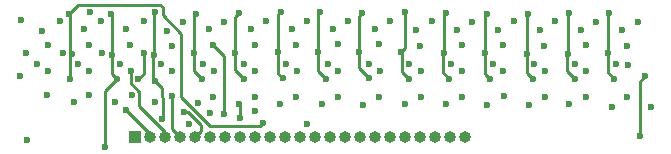
<source format=gbr>
%TF.GenerationSoftware,KiCad,Pcbnew,8.0.8-2.fc41*%
%TF.CreationDate,2025-02-01T06:38:30+00:00*%
%TF.ProjectId,small_led_a,736d616c-6c5f-46c6-9564-5f612e6b6963,rev?*%
%TF.SameCoordinates,Original*%
%TF.FileFunction,Copper,L2,Inr*%
%TF.FilePolarity,Positive*%
%FSLAX46Y46*%
G04 Gerber Fmt 4.6, Leading zero omitted, Abs format (unit mm)*
G04 Created by KiCad (PCBNEW 8.0.8-2.fc41) date 2025-02-01 06:38:30*
%MOMM*%
%LPD*%
G01*
G04 APERTURE LIST*
%TA.AperFunction,ComponentPad*%
%ADD10R,1.000000X1.000000*%
%TD*%
%TA.AperFunction,ComponentPad*%
%ADD11O,1.000000X1.000000*%
%TD*%
%TA.AperFunction,ViaPad*%
%ADD12C,0.600000*%
%TD*%
%TA.AperFunction,Conductor*%
%ADD13C,0.250000*%
%TD*%
G04 APERTURE END LIST*
D10*
%TO.N,a*%
%TO.C,J1*%
X71760000Y-63400000D03*
D11*
%TO.N,b*%
X73030000Y-63400000D03*
%TO.N,c*%
X74300000Y-63400000D03*
%TO.N,d*%
X75570000Y-63400000D03*
%TO.N,e*%
X76840000Y-63400000D03*
%TO.N,f*%
X78110000Y-63400000D03*
%TO.N,g*%
X79380000Y-63400000D03*
%TO.N,h*%
X80650000Y-63400000D03*
%TO.N,k1*%
X81920000Y-63400000D03*
%TO.N,k2*%
X83190000Y-63400000D03*
%TO.N,k3*%
X84460000Y-63400000D03*
%TO.N,k4*%
X85730000Y-63400000D03*
%TO.N,k5*%
X87000000Y-63400000D03*
%TO.N,k6*%
X88270000Y-63400000D03*
%TO.N,k7*%
X89540000Y-63400000D03*
%TO.N,k8*%
X90810000Y-63400000D03*
%TO.N,k9*%
X92080000Y-63400000D03*
%TO.N,k10*%
X93350000Y-63400000D03*
%TO.N,k11*%
X94620000Y-63400000D03*
%TO.N,k12*%
X95890000Y-63400000D03*
%TO.N,k13*%
X97160000Y-63400000D03*
%TO.N,k14*%
X98430000Y-63400000D03*
%TO.N,k15*%
X99700000Y-63400000D03*
%TD*%
D12*
%TO.N,a*%
X67950000Y-52800000D03*
%TO.N,b*%
X71000000Y-61050000D03*
%TO.N,k4*%
X74050000Y-61850000D03*
%TO.N,e*%
X75850000Y-61250000D03*
%TO.N,f*%
X78050000Y-61300000D03*
%TO.N,g*%
X79250000Y-61450000D03*
%TO.N,k1*%
X62600000Y-63650000D03*
%TO.N,k2*%
X82550000Y-62150000D03*
%TO.N,k5*%
X86293058Y-62306942D03*
%TO.N,k3*%
X69150000Y-64200000D03*
%TO.N,k4*%
X76300000Y-62300000D03*
X81850000Y-61200000D03*
%TO.N,k15*%
X114900000Y-58250000D03*
X114450000Y-63300000D03*
%TO.N,k4*%
X73450000Y-52800000D03*
%TO.N,k5*%
X76900000Y-52950000D03*
%TO.N,k6*%
X80500000Y-52900000D03*
%TO.N,k7*%
X84050000Y-52800000D03*
%TO.N,k8*%
X87400000Y-52800000D03*
%TO.N,k9*%
X90950000Y-52850000D03*
%TO.N,k10*%
X94550000Y-52800000D03*
%TO.N,k11*%
X98100000Y-52850000D03*
%TO.N,k12*%
X101500000Y-52984753D03*
%TO.N,k13*%
X105000000Y-52925000D03*
%TO.N,k14*%
X108500000Y-52900000D03*
%TO.N,k15*%
X111900000Y-52900000D03*
%TO.N,k5*%
X76750000Y-56275352D03*
X77400000Y-58450000D03*
%TO.N,k6*%
X80200000Y-56218660D03*
X80950000Y-58450000D03*
%TO.N,k7*%
X83850000Y-56213261D03*
X84250000Y-58399999D03*
%TO.N,k8*%
X87250000Y-56166115D03*
X87900000Y-58450000D03*
%TO.N,k9*%
X90700000Y-56200000D03*
X91550000Y-58399999D03*
%TO.N,k10*%
X94250000Y-56150000D03*
X94900000Y-58449999D03*
%TO.N,k11*%
X97850000Y-56252394D03*
X98350000Y-58424999D03*
%TO.N,k12*%
X101400000Y-56234115D03*
X101750000Y-58442500D03*
%TO.N,k13*%
X104900000Y-56313293D03*
X105400000Y-58449999D03*
%TO.N,k14*%
X108350000Y-56313293D03*
X108950000Y-58450000D03*
%TO.N,k15*%
X111750000Y-56250000D03*
X112300000Y-58450000D03*
%TO.N,k4*%
X73400000Y-58600000D03*
X73350000Y-56435000D03*
%TO.N,h*%
X80650000Y-61800000D03*
%TO.N,k3*%
X72000000Y-58501132D03*
X72450000Y-56250000D03*
X70200000Y-58449999D03*
X69750000Y-56400000D03*
X69700000Y-52925000D03*
%TO.N,k2*%
X66263866Y-58449999D03*
X66158949Y-52925000D03*
X66389216Y-56356506D03*
X68950000Y-56250000D03*
%TO.N,k1*%
X61950000Y-58200000D03*
X62100000Y-53500000D03*
X62500000Y-56250000D03*
X65600000Y-56225581D03*
%TO.N,h*%
X66550000Y-60450000D03*
X70050000Y-60425000D03*
X73450000Y-60425000D03*
X77100000Y-60525000D03*
X80500000Y-60575000D03*
X84000000Y-60575000D03*
X87600000Y-60575000D03*
X91050000Y-60625000D03*
X94550000Y-60575000D03*
X98100000Y-60575000D03*
X101500000Y-60650000D03*
X105100000Y-60700000D03*
X108500000Y-60575000D03*
X112150000Y-60800000D03*
X115450000Y-60800000D03*
%TO.N,d*%
X113400000Y-59950000D03*
X109900000Y-59950000D03*
X106400000Y-59950000D03*
X102950000Y-59900000D03*
X99450000Y-59950000D03*
X95950000Y-59950000D03*
X92400000Y-59950000D03*
X88950000Y-60000000D03*
X85400000Y-59950000D03*
X81900000Y-59950000D03*
X78350000Y-59950000D03*
X74900000Y-59900000D03*
X71450000Y-59800000D03*
X67850000Y-59800000D03*
X64250000Y-59800000D03*
%TO.N,c*%
X64366549Y-57824999D03*
X67868326Y-57825000D03*
X71372061Y-57824999D03*
X74868327Y-57825000D03*
X78386550Y-57825000D03*
X81918326Y-57825000D03*
X85437119Y-57774999D03*
X88918327Y-57825000D03*
X92448537Y-57774999D03*
X95937119Y-57824999D03*
X99452667Y-57799999D03*
X102900000Y-57817500D03*
X106448537Y-57824999D03*
X109948538Y-57825000D03*
X113450000Y-57300000D03*
%TO.N,e*%
X112450000Y-57200000D03*
X108950000Y-57200000D03*
X105500000Y-57200000D03*
X101995554Y-57192500D03*
X98450000Y-57175000D03*
X94950000Y-57200000D03*
X91500000Y-57150000D03*
X88050000Y-57200000D03*
X84500000Y-57150000D03*
X80950000Y-57200000D03*
X77450000Y-57200000D03*
X73900000Y-57200000D03*
X70450000Y-57200000D03*
X66900000Y-57200000D03*
X63400000Y-57200000D03*
%TO.N,g*%
X113382369Y-55678134D03*
X109880001Y-55599122D03*
X106383466Y-55688293D03*
X102880001Y-55599122D03*
X99380001Y-55609115D03*
X95880415Y-55627394D03*
X92380001Y-55522457D03*
X88880001Y-55526222D03*
X85380001Y-55541115D03*
X81880689Y-55588261D03*
X78351344Y-55593660D03*
X74837863Y-55650352D03*
X71330189Y-55585770D03*
X67831477Y-55600429D03*
X64331901Y-55600581D03*
%TO.N,b*%
X114280000Y-53650000D03*
X110800000Y-53600000D03*
X107300000Y-53550000D03*
X103800000Y-53550000D03*
X100280000Y-53609753D03*
X96850000Y-53550000D03*
X93300000Y-53550000D03*
X89800000Y-53550000D03*
X86280000Y-53550000D03*
X82850000Y-53550000D03*
X79300000Y-53600000D03*
X75750000Y-53600000D03*
X72450000Y-53550000D03*
X68850000Y-53550000D03*
X65400000Y-53550000D03*
%TO.N,f*%
X113000000Y-54350000D03*
X109509979Y-54304795D03*
X106000000Y-54300000D03*
X102460173Y-54322511D03*
X99000000Y-54300000D03*
X95500000Y-54300000D03*
X92021191Y-54261781D03*
X88474484Y-54246866D03*
X84996974Y-54227753D03*
X81545672Y-54258160D03*
X78016987Y-54253855D03*
X74450000Y-54400000D03*
X70941949Y-54246053D03*
X67424312Y-54246968D03*
X63850000Y-54400000D03*
%TD*%
D13*
%TO.N,b*%
X73030000Y-63080000D02*
X71000000Y-61050000D01*
X73030000Y-63400000D02*
X73030000Y-63080000D01*
%TO.N,c*%
X74300000Y-63400000D02*
X74300000Y-62983884D01*
X74300000Y-62983884D02*
X72075000Y-60758884D01*
X72075000Y-60758884D02*
X72075000Y-59541116D01*
X72075000Y-59541116D02*
X71372061Y-58838177D01*
X71372061Y-58838177D02*
X71372061Y-57824999D01*
%TO.N,k4*%
X74075000Y-61825000D02*
X74050000Y-61850000D01*
X74075000Y-60075000D02*
X74075000Y-61825000D01*
X74000000Y-60000000D02*
X74075000Y-60075000D01*
%TO.N,d*%
X75570000Y-63400000D02*
X74900000Y-62730000D01*
X74900000Y-62730000D02*
X74900000Y-59900000D01*
%TO.N,e*%
X76200000Y-61250000D02*
X75850000Y-61250000D01*
X77339999Y-62389999D02*
X76200000Y-61250000D01*
X77339999Y-62900001D02*
X77339999Y-62389999D01*
X76840000Y-63400000D02*
X77339999Y-62900001D01*
%TO.N,h*%
X80650000Y-61800000D02*
X80650000Y-60725000D01*
X80650000Y-60725000D02*
X80500000Y-60575000D01*
%TO.N,g*%
X79250000Y-61450000D02*
X79250000Y-56492316D01*
X79250000Y-56492316D02*
X78351344Y-55593660D01*
%TO.N,k2*%
X82550000Y-62150000D02*
X82275000Y-62425000D01*
X82275000Y-62425000D02*
X78075000Y-62425000D01*
X75650000Y-60000000D02*
X75650000Y-54633884D01*
X78075000Y-62425000D02*
X75650000Y-60000000D01*
X74075000Y-52400000D02*
X73850000Y-52175000D01*
X75650000Y-54633884D02*
X74075000Y-53058884D01*
X74075000Y-53058884D02*
X74075000Y-52400000D01*
X73850000Y-52175000D02*
X66908949Y-52175000D01*
X66908949Y-52175000D02*
X66158949Y-52925000D01*
%TO.N,k3*%
X69150000Y-64200000D02*
X69150000Y-59499999D01*
X69150000Y-59499999D02*
X70200000Y-58449999D01*
%TO.N,k4*%
X74000000Y-60000000D02*
X74000000Y-59200000D01*
X74000000Y-59200000D02*
X73400000Y-58600000D01*
%TO.N,k15*%
X114450000Y-58700000D02*
X114900000Y-58250000D01*
X114450000Y-63300000D02*
X114450000Y-58700000D01*
%TO.N,k3*%
X69750000Y-56400000D02*
X69750000Y-52975000D01*
X69750000Y-52975000D02*
X69700000Y-52925000D01*
%TO.N,k4*%
X73350000Y-52900000D02*
X73450000Y-52800000D01*
X73350000Y-56435000D02*
X73350000Y-52900000D01*
%TO.N,k5*%
X76750000Y-53100000D02*
X76900000Y-52950000D01*
X76750000Y-56275352D02*
X76750000Y-53100000D01*
%TO.N,k6*%
X80200000Y-53200000D02*
X80500000Y-52900000D01*
X80200000Y-56218660D02*
X80200000Y-53200000D01*
%TO.N,k7*%
X83850000Y-53000000D02*
X84050000Y-52800000D01*
X83850000Y-56213261D02*
X83850000Y-53000000D01*
%TO.N,k8*%
X87250000Y-52950000D02*
X87400000Y-52800000D01*
X87250000Y-56166115D02*
X87250000Y-52950000D01*
%TO.N,k9*%
X90700000Y-53100000D02*
X90950000Y-52850000D01*
X90700000Y-56200000D02*
X90700000Y-53100000D01*
%TO.N,k10*%
X94550000Y-55850000D02*
X94550000Y-52800000D01*
X94250000Y-56150000D02*
X94550000Y-55850000D01*
%TO.N,k11*%
X97850000Y-53100000D02*
X98100000Y-52850000D01*
X97850000Y-56252394D02*
X97850000Y-53100000D01*
%TO.N,k12*%
X101400000Y-53084753D02*
X101500000Y-52984753D01*
X101400000Y-56234115D02*
X101400000Y-53084753D01*
%TO.N,k13*%
X104900000Y-53025000D02*
X105000000Y-52925000D01*
X104900000Y-56313293D02*
X104900000Y-53025000D01*
%TO.N,k14*%
X108350000Y-53050000D02*
X108500000Y-52900000D01*
X108350000Y-56313293D02*
X108350000Y-53050000D01*
%TO.N,k15*%
X111750000Y-53050000D02*
X111900000Y-52900000D01*
X111750000Y-56250000D02*
X111750000Y-53050000D01*
%TO.N,k5*%
X76750000Y-57800000D02*
X76750000Y-56275352D01*
X77400000Y-58450000D02*
X76750000Y-57800000D01*
%TO.N,k6*%
X80200000Y-57700000D02*
X80200000Y-56218660D01*
X80950000Y-58450000D02*
X80200000Y-57700000D01*
%TO.N,k7*%
X83850000Y-57999999D02*
X83850000Y-56213261D01*
X84250000Y-58399999D02*
X83850000Y-57999999D01*
%TO.N,k8*%
X87250000Y-57800000D02*
X87250000Y-56166115D01*
X87900000Y-58450000D02*
X87250000Y-57800000D01*
%TO.N,k9*%
X90700000Y-57549999D02*
X90700000Y-56200000D01*
X91550000Y-58399999D02*
X90700000Y-57549999D01*
%TO.N,k10*%
X94325000Y-56225000D02*
X94250000Y-56150000D01*
X94325000Y-57874999D02*
X94325000Y-56225000D01*
X94900000Y-58449999D02*
X94325000Y-57874999D01*
%TO.N,k11*%
X97825000Y-56277394D02*
X97850000Y-56252394D01*
X97825000Y-57899999D02*
X97825000Y-56277394D01*
X98350000Y-58424999D02*
X97825000Y-57899999D01*
%TO.N,k12*%
X101370554Y-56263561D02*
X101400000Y-56234115D01*
X101370554Y-58063054D02*
X101370554Y-56263561D01*
X101750000Y-58442500D02*
X101370554Y-58063054D01*
%TO.N,k13*%
X104875000Y-56338293D02*
X104900000Y-56313293D01*
X104875000Y-57924999D02*
X104875000Y-56338293D01*
X105400000Y-58449999D02*
X104875000Y-57924999D01*
%TO.N,k14*%
X108325000Y-56338293D02*
X108350000Y-56313293D01*
X108325000Y-57825000D02*
X108325000Y-56338293D01*
X108950000Y-58450000D02*
X108325000Y-57825000D01*
%TO.N,k15*%
X111750000Y-57900000D02*
X111750000Y-56250000D01*
X112300000Y-58450000D02*
X111750000Y-57900000D01*
%TO.N,k4*%
X73275000Y-58475000D02*
X73400000Y-58600000D01*
X73275000Y-56510000D02*
X73275000Y-58475000D01*
X73350000Y-56435000D02*
X73275000Y-56510000D01*
%TO.N,k3*%
X72450000Y-56250000D02*
X72450000Y-58051132D01*
X72450000Y-58051132D02*
X72000000Y-58501132D01*
X69750000Y-57999999D02*
X70200000Y-58449999D01*
X69750000Y-56400000D02*
X69750000Y-57999999D01*
%TO.N,k2*%
X66389216Y-56356506D02*
X66263866Y-56481856D01*
X66263866Y-56481856D02*
X66263866Y-58449999D01*
X66158949Y-52925000D02*
X66225000Y-52991051D01*
X66225000Y-52991051D02*
X66225000Y-56192290D01*
X66225000Y-56192290D02*
X66389216Y-56356506D01*
%TD*%
M02*

</source>
